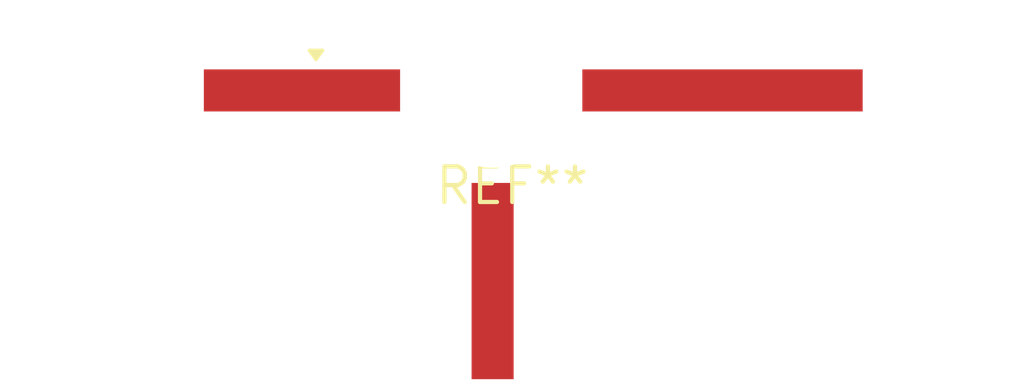
<source format=kicad_pcb>
(kicad_pcb (version 20240108) (generator pcbnew)
  (layers (0 "F.Cu" signal) (31 "B.Cu" signal) (34 "B.Paste" user) (35 "F.Paste" user) (36 "B.SilkS" user "B.Silkscreen") (37 "F.SilkS" user "F.Silkscreen") (38 "B.Mask" user) (39 "F.Mask" user) (44 "Edge.Cuts" user))
  (net 0 "")
  (footprint "TO-50-3_LongPad-WithHole_Housing" (layer "F.Cu") (at 0 0)
    (property "Reference" "REF**")
    (property "Value" "TO-50-3_LongPad-WithHole_Housing")
    (fp_poly (pts (xy -7 -4.5) (xy -7.24 -4.83) (xy -6.76 -4.83) (xy -7 -4.5)) (layer "F.SilkS") (stroke (width 0.12)) (fill solid))
    (pad "" np_thru_hole circle (at -0.7 -3.4 270) (size 5.5 5.5) (drill 5.5) (layers *.Cu *.Mask))
    (pad "1" smd rect (at -7.5 -3.4 270) (size 1.5 7) (layers "F.Cu" "F.Paste" "F.Mask"))
    (pad "2" smd rect (at -0.7 3.4 270) (size 7 1.5) (layers "F.Cu" "F.Paste" "F.Mask"))
    (pad "3" smd rect (at 7.5 -3.4 270) (size 1.5 10) (layers "F.Cu" "F.Paste" "F.Mask"))
  )
)
</source>
